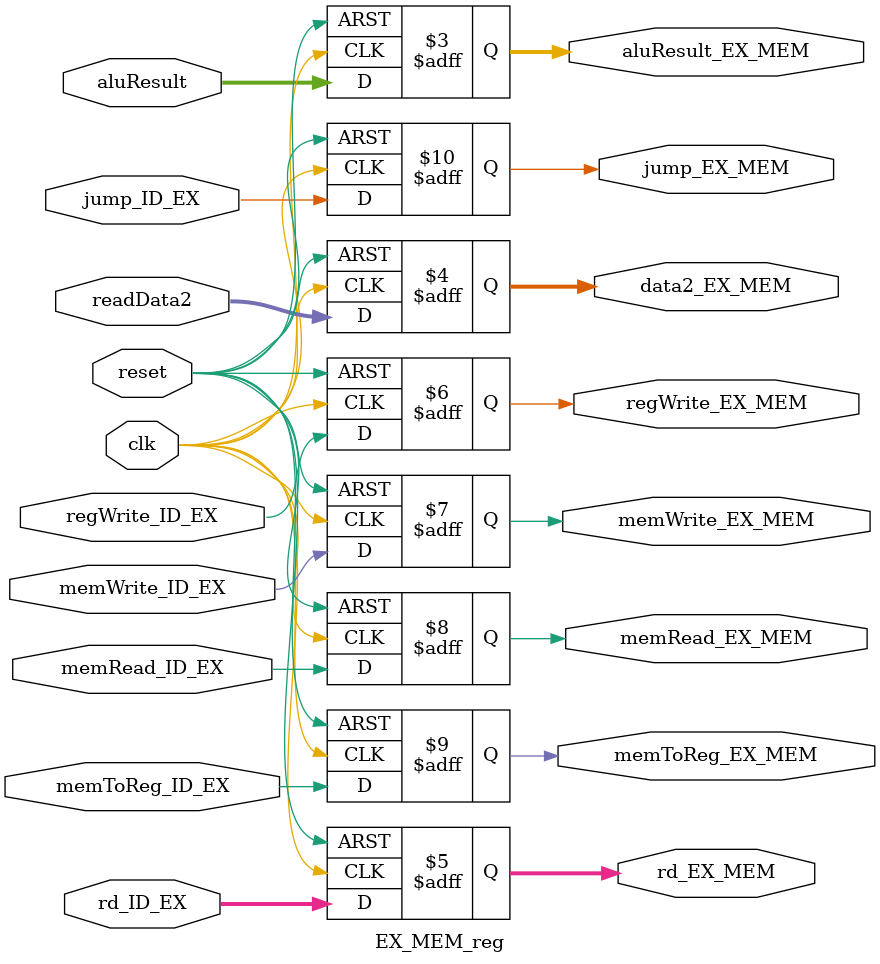
<source format=v>
`timescale 1ns / 1ps
module EX_MEM_reg(regWrite_EX_MEM,memWrite_EX_MEM,memRead_EX_MEM,
              memToReg_EX_MEM,rd_EX_MEM,aluResult_EX_MEM,data2_EX_MEM,jump_EX_MEM,
              regWrite_ID_EX,memWrite_ID_EX,memRead_ID_EX,
              memToReg_ID_EX,rd_ID_EX,aluResult,readData2,jump_ID_EX,clk,reset);
output reg [31:0]aluResult_EX_MEM,data2_EX_MEM;
output reg [4:0]rd_EX_MEM;
output reg regWrite_EX_MEM,memWrite_EX_MEM,memRead_EX_MEM,memToReg_EX_MEM,jump_EX_MEM;
input [31:0] aluResult,readData2;
input [4:0]rd_ID_EX;
input regWrite_ID_EX,memWrite_ID_EX,memRead_ID_EX,memToReg_ID_EX,jump_ID_EX,clk,reset;

always@(posedge clk, negedge reset)
begin
if(reset==0) 
    begin
        regWrite_EX_MEM = 0;
        memWrite_EX_MEM = 0;
        memRead_EX_MEM = 0;
        memToReg_EX_MEM = 0;
        rd_EX_MEM = 0;
        aluResult_EX_MEM = 0;
        data2_EX_MEM = 0;
        jump_EX_MEM = 0;
    end

else
    begin 
        regWrite_EX_MEM = regWrite_ID_EX;
        memWrite_EX_MEM = memWrite_ID_EX;
        memRead_EX_MEM = memRead_ID_EX;
        memToReg_EX_MEM = memToReg_ID_EX;
        rd_EX_MEM = rd_ID_EX;
        aluResult_EX_MEM = aluResult;
        data2_EX_MEM = readData2;
        jump_EX_MEM = jump_ID_EX;
    end
end

endmodule

</source>
